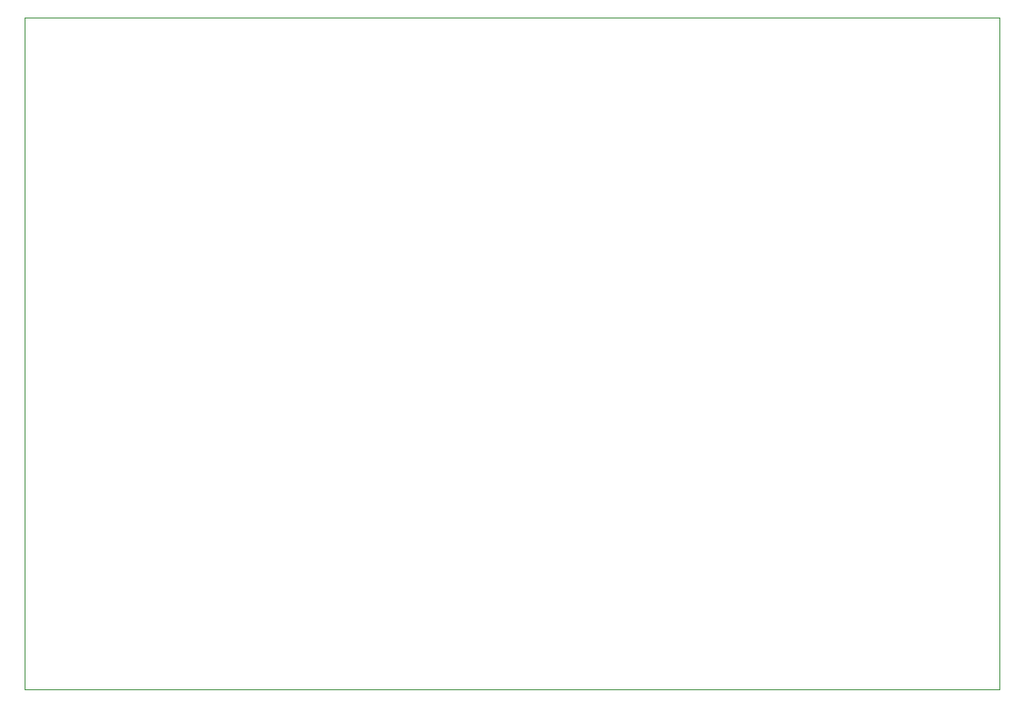
<source format=gbr>
%TF.GenerationSoftware,KiCad,Pcbnew,(5.1.6)-1*%
%TF.CreationDate,2021-06-18T09:44:19+05:30*%
%TF.ProjectId,PCB LoRa 32,50434220-4c6f-4526-9120-33322e6b6963,rev?*%
%TF.SameCoordinates,Original*%
%TF.FileFunction,Profile,NP*%
%FSLAX46Y46*%
G04 Gerber Fmt 4.6, Leading zero omitted, Abs format (unit mm)*
G04 Created by KiCad (PCBNEW (5.1.6)-1) date 2021-06-18 09:44:19*
%MOMM*%
%LPD*%
G01*
G04 APERTURE LIST*
%TA.AperFunction,Profile*%
%ADD10C,0.050000*%
%TD*%
G04 APERTURE END LIST*
D10*
X106680000Y-116840000D02*
X106680000Y-52070000D01*
X200660000Y-116840000D02*
X106680000Y-116840000D01*
X200660000Y-52070000D02*
X200660000Y-116840000D01*
X106680000Y-52070000D02*
X200660000Y-52070000D01*
M02*

</source>
